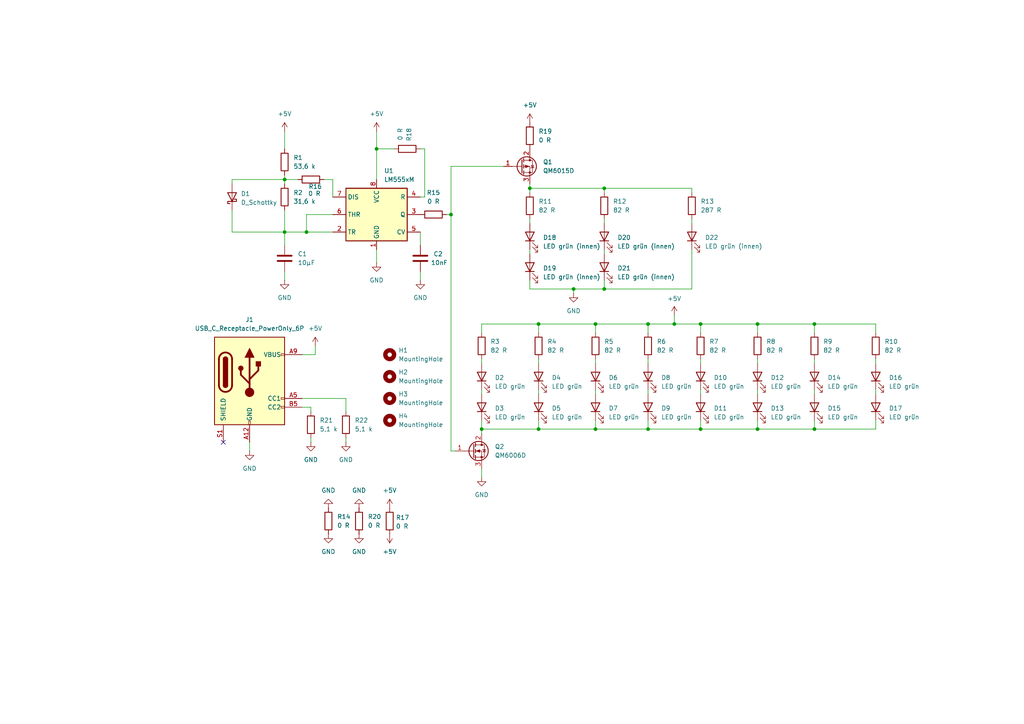
<source format=kicad_sch>
(kicad_sch (version 20231120) (generator "eeschema") (generator_version "8.0")
  (paper "A4")
  (lib_symbols
    (symbol "Connector:USB_C_Receptacle_PowerOnly_6P" (pin_names (offset 1.016))
      (property "Reference" "J" (at 0 16.51 0))
      (property "Value" "USB_C_Receptacle_PowerOnly_6P" (at 0 13.97 0))
      (symbol "USB_C_Receptacle_PowerOnly_6P_0_0"
        (rectangle (start -0.254 -12.7) (end 0.254 -11.684))
        (rectangle (start 10.16 -7.366) (end 9.144 -7.874))
        (rectangle (start 10.16 -4.826) (end 9.144 -5.334))
        (rectangle (start 10.16 7.874) (end 9.144 7.366))
      )
      (symbol "USB_C_Receptacle_PowerOnly_6P_0_1"
        (rectangle (start -10.16 12.7) (end 10.16 -12.7) (stroke (width 0.254)) (fill (type background)))
        (arc (start -8.89 -1.27) (mid -6.985 -3.1667) (end -5.08 -1.27) (stroke (width 0.508)))
        (arc (start -7.62 -1.27) (mid -6.985 -1.9023) (end -6.35 -1.27) (stroke (width 0.254)))
        (arc (start -7.62 -1.27) (mid -6.985 -1.9023) (end -6.35 -1.27) (stroke (width 0.254)) (fill (type outline)))
        (rectangle (start -7.62 -1.27) (end -6.35 6.35) (stroke (width 0.254)) (fill (type outline)))
        (arc (start -6.35 6.35) (mid -6.985 6.9823) (end -7.62 6.35) (stroke (width 0.254)))
        (arc (start -6.35 6.35) (mid -6.985 6.9823) (end -7.62 6.35) (stroke (width 0.254)) (fill (type outline)))
        (arc (start -5.08 6.35) (mid -6.985 8.2467) (end -8.89 6.35) (stroke (width 0.508)))
        (circle (center -2.54 3.683) (radius 0.635) (stroke (width 0.254)) (fill (type outline)))
        (circle (center 0 -3.302) (radius 1.27) (fill (type outline)))
        (polyline (pts (xy -8.89 -1.27) (xy -8.89 6.35)) (stroke (width 0.508)))
        (polyline (pts (xy -5.08 6.35) (xy -5.08 -1.27)) (stroke (width 0.508)))
        (polyline (pts (xy 0 -3.302) (xy 0 6.858)) (stroke (width 0.508)))
        (polyline (pts (xy 0 -0.762) (xy -2.54 1.778) (xy -2.54 3.048)) (stroke (width 0.508)))
        (polyline (pts (xy 0 0.508) (xy 2.54 3.048) (xy 2.54 4.318)) (stroke (width 0.508)))
        (polyline (pts (xy -1.27 6.858) (xy 0 9.398) (xy 1.27 6.858) (xy -1.27 6.858)) (stroke (width 0.254)) (fill (type outline)))
        (rectangle (start 1.905 4.318) (end 3.175 5.588) (stroke (width 0.254)) (fill (type outline)))
      )
      (symbol "USB_C_Receptacle_PowerOnly_6P_1_1"
        (pin passive line (at 0 -17.78 90) (length 5.08) (name "GND") (number "A12"))
        (pin bidirectional line (at 15.24 -5.08 180) (length 5.08) (name "CC1") (number "A5"))
        (pin passive line (at 15.24 7.62 180) (length 5.08) (name "VBUS") (number "A9"))
        (pin passive line (at 0 -17.78 90) (length 5.08) hide (name "GND") (number "B12"))
        (pin bidirectional line (at 15.24 -7.62 180) (length 5.08) (name "CC2") (number "B5"))
        (pin passive line (at 15.24 7.62 180) (length 5.08) hide (name "VBUS") (number "B9"))
        (pin passive line (at -7.62 -17.78 90) (length 5.08) (name "SHIELD") (number "S1"))
      )
    )
    (symbol "Device:C" (pin_numbers hide) (pin_names (offset 0.254))
      (property "Reference" "C" (at 0.635 2.54 0))
      (property "Value" "C" (at 0.635 -2.54 0))
      (symbol "C_0_1"
        (polyline (pts (xy -2.032 -0.762) (xy 2.032 -0.762)) (stroke (width 0.508)))
        (polyline (pts (xy -2.032 0.762) (xy 2.032 0.762)) (stroke (width 0.508)))
      )
      (symbol "C_1_1"
        (pin passive line (at 0 3.81 270) (length 2.794) (name "~") (number "1"))
        (pin passive line (at 0 -3.81 90) (length 2.794) (name "~") (number "2"))
      )
    )
    (symbol "Device:D_Schottky" (pin_numbers hide) (pin_names (offset 1.016) hide)
      (property "Reference" "D" (at 0 2.54 0))
      (property "Value" "D_Schottky" (at 0 -2.54 0))
      (symbol "D_Schottky_0_1"
        (polyline (pts (xy 1.27 0) (xy -1.27 0)))
        (polyline (pts (xy 1.27 1.27) (xy 1.27 -1.27) (xy -1.27 0) (xy 1.27 1.27)) (stroke (width 0.254)))
        (polyline (pts (xy -1.905 0.635) (xy -1.905 1.27) (xy -1.27 1.27) (xy -1.27 -1.27) (xy -0.635 -1.27) (xy -0.635 -0.635)) (stroke (width 0.254)))
      )
      (symbol "D_Schottky_1_1"
        (pin passive line (at -3.81 0 0) (length 2.54) (name "K") (number "1"))
        (pin passive line (at 3.81 0 180) (length 2.54) (name "A") (number "2"))
      )
    )
    (symbol "Device:LED" (pin_numbers hide) (pin_names (offset 1.016) hide)
      (property "Reference" "D" (at 0 2.54 0))
      (property "Value" "LED" (at 0 -2.54 0))
      (symbol "LED_0_1"
        (polyline (pts (xy -1.27 -1.27) (xy -1.27 1.27)) (stroke (width 0.254)))
        (polyline (pts (xy -1.27 0) (xy 1.27 0)))
        (polyline (pts (xy 1.27 -1.27) (xy 1.27 1.27) (xy -1.27 0) (xy 1.27 -1.27)) (stroke (width 0.254)))
        (polyline (pts (xy -3.048 -0.762) (xy -4.572 -2.286) (xy -3.81 -2.286) (xy -4.572 -2.286) (xy -4.572 -1.524)))
        (polyline (pts (xy -1.778 -0.762) (xy -3.302 -2.286) (xy -2.54 -2.286) (xy -3.302 -2.286) (xy -3.302 -1.524)))
      )
      (symbol "LED_1_1"
        (pin passive line (at -3.81 0 0) (length 2.54) (name "K") (number "1"))
        (pin passive line (at 3.81 0 180) (length 2.54) (name "A") (number "2"))
      )
    )
    (symbol "Device:R" (pin_numbers hide) (pin_names (offset 0))
      (property "Reference" "R" (at 2.032 0 90))
      (property "Value" "R" (at 0 0 90))
      (symbol "R_0_1"
        (rectangle (start -1.016 -2.54) (end 1.016 2.54) (stroke (width 0.254)))
      )
      (symbol "R_1_1"
        (pin passive line (at 0 3.81 270) (length 1.27) (name "~") (number "1"))
        (pin passive line (at 0 -3.81 90) (length 1.27) (name "~") (number "2"))
      )
    )
    (symbol "Mechanical:MountingHole" (pin_names (offset 1.016)) (exclude_from_sim yes) (in_bom no)
      (property "Reference" "H" (at 0 5.08 0))
      (property "Value" "MountingHole" (at 0 3.175 0))
      (symbol "MountingHole_0_1"
        (circle (center 0 0) (radius 1.27) (stroke (width 1.27)))
      )
    )
    (symbol "Timer:LM555xM"
      (property "Reference" "U1" (at 2.1941 12.7 0))
      (property "Value" "LM555xM" (at 2.1941 10.16 0))
      (symbol "LM555xM_0_0"
        (pin power_in line (at 0 -10.16 90) (length 2.54) (name "GND") (number "1"))
        (pin power_in line (at 0 10.16 270) (length 2.54) (name "VCC") (number "8"))
      )
      (symbol "LM555xM_0_1"
        (rectangle (start -8.89 -7.62) (end 8.89 7.62) (stroke (width 0.254)) (fill (type background)))
        (rectangle (start -8.89 -7.62) (end 8.89 7.62) (stroke (width 0.254)) (fill (type background)))
      )
      (symbol "LM555xM_1_1"
        (pin input line (at -12.7 -5.08 0) (length 3.81) (name "TR") (number "2"))
        (pin output line (at 12.7 0 180) (length 3.81) (name "Q") (number "3"))
        (pin input line (at 12.7 5.08 180) (length 3.81) (name "R") (number "4"))
        (pin input line (at 12.7 -5.08 180) (length 3.81) (name "CV") (number "5"))
        (pin input line (at -12.7 0 0) (length 3.81) (name "THR") (number "6"))
        (pin input line (at -12.7 5.08 0) (length 3.81) (name "DIS") (number "7"))
      )
    )
    (symbol "Transistor_FET:QM6006D" (pin_names hide)
      (property "Reference" "Q" (at 5.08 1.905 0))
      (property "Value" "QM6006D" (at 5.08 0 0))
      (symbol "QM6006D_0_1"
        (polyline (pts (xy 0.254 0) (xy -2.54 0)))
        (polyline (pts (xy 0.254 1.905) (xy 0.254 -1.905)) (stroke (width 0.254)))
        (polyline (pts (xy 0.762 -1.27) (xy 0.762 -2.286)) (stroke (width 0.254)))
        (polyline (pts (xy 0.762 0.508) (xy 0.762 -0.508)) (stroke (width 0.254)))
        (polyline (pts (xy 0.762 2.286) (xy 0.762 1.27)) (stroke (width 0.254)))
        (polyline (pts (xy 2.54 2.54) (xy 2.54 1.778)))
        (polyline (pts (xy 2.54 -2.54) (xy 2.54 0) (xy 0.762 0)))
        (polyline (pts (xy 0.762 -1.778) (xy 3.302 -1.778) (xy 3.302 1.778) (xy 0.762 1.778)))
        (polyline (pts (xy 1.016 0) (xy 2.032 0.381) (xy 2.032 -0.381) (xy 1.016 0)) (fill (type outline)))
        (polyline (pts (xy 2.794 0.508) (xy 2.921 0.381) (xy 3.683 0.381) (xy 3.81 0.254)))
        (polyline (pts (xy 3.302 0.381) (xy 2.921 -0.254) (xy 3.683 -0.254) (xy 3.302 0.381)))
        (circle (center 1.651 0) (radius 2.794) (stroke (width 0.254)))
        (circle (center 2.54 -1.778) (radius 0.254) (fill (type outline)))
        (circle (center 2.54 1.778) (radius 0.254) (fill (type outline)))
      )
      (symbol "QM6006D_1_1"
        (pin input line (at -5.08 0 0) (length 2.54) (name "G") (number "1"))
        (pin passive line (at 2.54 5.08 270) (length 2.54) (name "D") (number "2"))
        (pin passive line (at 2.54 -5.08 90) (length 2.54) (name "S") (number "3"))
      )
    )
    (symbol "Transistor_FET:QM6015D" (pin_names hide)
      (property "Reference" "Q" (at 5.08 1.905 0))
      (property "Value" "QM6015D" (at 5.08 0 0))
      (symbol "QM6015D_0_1"
        (polyline (pts (xy 0.254 0) (xy -2.54 0)))
        (polyline (pts (xy 0.254 1.905) (xy 0.254 -1.905)) (stroke (width 0.254)))
        (polyline (pts (xy 0.762 -1.27) (xy 0.762 -2.286)) (stroke (width 0.254)))
        (polyline (pts (xy 0.762 0.508) (xy 0.762 -0.508)) (stroke (width 0.254)))
        (polyline (pts (xy 0.762 2.286) (xy 0.762 1.27)) (stroke (width 0.254)))
        (polyline (pts (xy 2.54 2.54) (xy 2.54 1.778)))
        (polyline (pts (xy 2.54 -2.54) (xy 2.54 0) (xy 0.762 0)))
        (polyline (pts (xy 0.762 1.778) (xy 3.302 1.778) (xy 3.302 -1.778) (xy 0.762 -1.778)))
        (polyline (pts (xy 2.286 0) (xy 1.27 0.381) (xy 1.27 -0.381) (xy 2.286 0)) (fill (type outline)))
        (polyline (pts (xy 2.794 -0.508) (xy 2.921 -0.381) (xy 3.683 -0.381) (xy 3.81 -0.254)))
        (polyline (pts (xy 3.302 -0.381) (xy 2.921 0.254) (xy 3.683 0.254) (xy 3.302 -0.381)))
        (circle (center 1.651 0) (radius 2.794) (stroke (width 0.254)))
        (circle (center 2.54 -1.778) (radius 0.254) (fill (type outline)))
        (circle (center 2.54 1.778) (radius 0.254) (fill (type outline)))
      )
      (symbol "QM6015D_1_1"
        (pin passive line (at -5.08 0 0) (length 2.54) (name "G") (number "1"))
        (pin passive line (at 2.54 5.08 270) (length 2.54) (name "D") (number "2"))
        (pin passive line (at 2.54 -5.08 90) (length 2.54) (name "S") (number "3"))
      )
    )
    (symbol "power:+5V" (power) (pin_numbers hide) (pin_names (offset 0) hide)
      (property "Value" "+5V" (at 0 3.556 0))
      (symbol "+5V_0_1"
        (polyline (pts (xy -0.762 1.27) (xy 0 2.54)))
        (polyline (pts (xy 0 0) (xy 0 2.54)))
        (polyline (pts (xy 0 2.54) (xy 0.762 1.27)))
      )
      (symbol "+5V_1_1"
        (pin power_in line (at 0 0 90) (length 0) (name "~") (number "1"))
      )
    )
    (symbol "power:GND" (power) (pin_numbers hide) (pin_names (offset 0) hide)
      (property "Value" "GND" (at 0 -3.81 0))
      (symbol "GND_0_1"
        (polyline (pts (xy 0 0) (xy 0 -1.27) (xy 1.27 -1.27) (xy 0 -2.54) (xy -1.27 -1.27) (xy 0 -1.27)))
      )
      (symbol "GND_1_1"
        (pin power_in line (at 0 0 270) (length 0) (name "~") (number "1"))
      )
    )
  )
  (junction (at 109.22 43.18))
  (junction (at 82.55 67.31))
  (junction (at 153.67 54.61))
  (junction (at 219.71 124.46))
  (junction (at 156.21 124.46))
  (junction (at 187.96 93.98))
  (junction (at 236.22 124.46))
  (junction (at 166.37 83.82))
  (junction (at 139.7 124.46))
  (junction (at 172.72 93.98))
  (junction (at 203.2 124.46))
  (junction (at 82.55 52.07))
  (junction (at 88.9 67.31))
  (junction (at 130.81 62.23))
  (junction (at 172.72 124.46))
  (junction (at 236.22 93.98))
  (junction (at 195.58 93.98))
  (junction (at 175.26 83.82))
  (junction (at 187.96 124.46))
  (junction (at 219.71 93.98))
  (junction (at 156.21 93.98))
  (junction (at 203.2 93.98))
  (junction (at 175.26 54.61))
  (no_connect (at 64.77 128.27))
  (wire (pts (xy 123.19 57.15) (xy 121.92 57.15)))
  (wire (pts (xy 236.22 104.14) (xy 236.22 105.41)))
  (wire (pts (xy 153.67 72.39) (xy 153.67 73.66)))
  (wire (pts (xy 203.2 93.98) (xy 219.71 93.98)))
  (wire (pts (xy 254 121.92) (xy 254 124.46)))
  (wire (pts (xy 200.66 54.61) (xy 200.66 55.88)))
  (wire (pts (xy 153.67 54.61) (xy 153.67 55.88)))
  (wire (pts (xy 153.67 83.82) (xy 166.37 83.82)))
  (wire (pts (xy 219.71 121.92) (xy 219.71 124.46)))
  (wire (pts (xy 139.7 93.98) (xy 156.21 93.98)))
  (wire (pts (xy 203.2 113.03) (xy 203.2 114.3)))
  (wire (pts (xy 82.55 67.31) (xy 88.9 67.31)))
  (wire (pts (xy 67.31 60.96) (xy 67.31 67.31)))
  (wire (pts (xy 166.37 83.82) (xy 166.37 85.09)))
  (wire (pts (xy 172.72 96.52) (xy 172.72 93.98)))
  (wire (pts (xy 96.52 62.23) (xy 88.9 62.23)))
  (wire (pts (xy 129.54 62.23) (xy 130.81 62.23)))
  (wire (pts (xy 254 93.98) (xy 254 96.52)))
  (wire (pts (xy 200.66 72.39) (xy 200.66 83.82)))
  (wire (pts (xy 236.22 124.46) (xy 254 124.46)))
  (wire (pts (xy 153.67 53.34) (xy 153.67 54.61)))
  (wire (pts (xy 203.2 104.14) (xy 203.2 105.41)))
  (wire (pts (xy 130.81 48.26) (xy 146.05 48.26)))
  (wire (pts (xy 130.81 48.26) (xy 130.81 62.23)))
  (wire (pts (xy 82.55 50.8) (xy 82.55 52.07)))
  (wire (pts (xy 67.31 52.07) (xy 82.55 52.07)))
  (wire (pts (xy 200.66 63.5) (xy 200.66 64.77)))
  (wire (pts (xy 236.22 93.98) (xy 254 93.98)))
  (wire (pts (xy 254 104.14) (xy 254 105.41)))
  (wire (pts (xy 100.33 127) (xy 100.33 128.27)))
  (wire (pts (xy 172.72 124.46) (xy 156.21 124.46)))
  (wire (pts (xy 82.55 60.96) (xy 82.55 67.31)))
  (wire (pts (xy 88.9 67.31) (xy 96.52 67.31)))
  (wire (pts (xy 96.52 57.15) (xy 96.52 52.07)))
  (wire (pts (xy 87.63 115.57) (xy 100.33 115.57)))
  (wire (pts (xy 139.7 121.92) (xy 139.7 124.46)))
  (wire (pts (xy 139.7 96.52) (xy 139.7 93.98)))
  (wire (pts (xy 156.21 96.52) (xy 156.21 93.98)))
  (wire (pts (xy 219.71 96.52) (xy 219.71 93.98)))
  (wire (pts (xy 156.21 93.98) (xy 172.72 93.98)))
  (wire (pts (xy 156.21 113.03) (xy 156.21 114.3)))
  (wire (pts (xy 195.58 93.98) (xy 203.2 93.98)))
  (wire (pts (xy 236.22 113.03) (xy 236.22 114.3)))
  (wire (pts (xy 172.72 121.92) (xy 172.72 124.46)))
  (wire (pts (xy 109.22 43.18) (xy 109.22 52.07)))
  (wire (pts (xy 67.31 67.31) (xy 82.55 67.31)))
  (wire (pts (xy 130.81 62.23) (xy 130.81 130.81)))
  (wire (pts (xy 109.22 43.18) (xy 114.3 43.18)))
  (wire (pts (xy 156.21 104.14) (xy 156.21 105.41)))
  (wire (pts (xy 203.2 121.92) (xy 203.2 124.46)))
  (wire (pts (xy 153.67 54.61) (xy 175.26 54.61)))
  (wire (pts (xy 175.26 81.28) (xy 175.26 83.82)))
  (wire (pts (xy 82.55 67.31) (xy 82.55 71.12)))
  (wire (pts (xy 219.71 104.14) (xy 219.71 105.41)))
  (wire (pts (xy 175.26 72.39) (xy 175.26 73.66)))
  (wire (pts (xy 172.72 104.14) (xy 172.72 105.41)))
  (wire (pts (xy 67.31 53.34) (xy 67.31 52.07)))
  (wire (pts (xy 121.92 67.31) (xy 121.92 71.12)))
  (wire (pts (xy 254 113.03) (xy 254 114.3)))
  (wire (pts (xy 72.39 128.27) (xy 72.39 130.81)))
  (wire (pts (xy 100.33 115.57) (xy 100.33 119.38)))
  (wire (pts (xy 82.55 52.07) (xy 82.55 53.34)))
  (wire (pts (xy 172.72 93.98) (xy 187.96 93.98)))
  (wire (pts (xy 91.44 102.87) (xy 91.44 100.33)))
  (wire (pts (xy 82.55 38.1) (xy 82.55 43.18)))
  (wire (pts (xy 156.21 121.92) (xy 156.21 124.46)))
  (wire (pts (xy 175.26 55.88) (xy 175.26 54.61)))
  (wire (pts (xy 109.22 72.39) (xy 109.22 76.2)))
  (wire (pts (xy 153.67 63.5) (xy 153.67 64.77)))
  (wire (pts (xy 175.26 63.5) (xy 175.26 64.77)))
  (wire (pts (xy 139.7 113.03) (xy 139.7 114.3)))
  (wire (pts (xy 175.26 83.82) (xy 200.66 83.82)))
  (wire (pts (xy 123.19 43.18) (xy 123.19 57.15)))
  (wire (pts (xy 195.58 93.98) (xy 187.96 93.98)))
  (wire (pts (xy 187.96 121.92) (xy 187.96 124.46)))
  (wire (pts (xy 82.55 78.74) (xy 82.55 81.28)))
  (wire (pts (xy 219.71 113.03) (xy 219.71 114.3)))
  (wire (pts (xy 87.63 118.11) (xy 90.17 118.11)))
  (wire (pts (xy 203.2 124.46) (xy 187.96 124.46)))
  (wire (pts (xy 153.67 81.28) (xy 153.67 83.82)))
  (wire (pts (xy 219.71 124.46) (xy 203.2 124.46)))
  (wire (pts (xy 130.81 130.81) (xy 132.08 130.81)))
  (wire (pts (xy 236.22 93.98) (xy 236.22 96.52)))
  (wire (pts (xy 187.96 113.03) (xy 187.96 114.3)))
  (wire (pts (xy 139.7 124.46) (xy 139.7 125.73)))
  (wire (pts (xy 121.92 43.18) (xy 123.19 43.18)))
  (wire (pts (xy 187.96 124.46) (xy 172.72 124.46)))
  (wire (pts (xy 175.26 54.61) (xy 200.66 54.61)))
  (wire (pts (xy 187.96 104.14) (xy 187.96 105.41)))
  (wire (pts (xy 139.7 135.89) (xy 139.7 138.43)))
  (wire (pts (xy 93.98 52.07) (xy 96.52 52.07)))
  (wire (pts (xy 139.7 104.14) (xy 139.7 105.41)))
  (wire (pts (xy 87.63 102.87) (xy 91.44 102.87)))
  (wire (pts (xy 195.58 91.44) (xy 195.58 93.98)))
  (wire (pts (xy 187.96 96.52) (xy 187.96 93.98)))
  (wire (pts (xy 203.2 96.52) (xy 203.2 93.98)))
  (wire (pts (xy 90.17 127) (xy 90.17 128.27)))
  (wire (pts (xy 172.72 113.03) (xy 172.72 114.3)))
  (wire (pts (xy 219.71 93.98) (xy 236.22 93.98)))
  (wire (pts (xy 82.55 52.07) (xy 86.36 52.07)))
  (wire (pts (xy 121.92 78.74) (xy 121.92 81.28)))
  (wire (pts (xy 219.71 124.46) (xy 236.22 124.46)))
  (wire (pts (xy 88.9 62.23) (xy 88.9 67.31)))
  (wire (pts (xy 109.22 38.1) (xy 109.22 43.18)))
  (wire (pts (xy 166.37 83.82) (xy 175.26 83.82)))
  (wire (pts (xy 156.21 124.46) (xy 139.7 124.46)))
  (wire (pts (xy 90.17 118.11) (xy 90.17 119.38)))
  (wire (pts (xy 236.22 121.92) (xy 236.22 124.46)))
  (symbol (lib_id "power:GND") (at 121.92 81.28 0) (unit 1)
    (property "Reference" "#PWR05" (effects (hide yes)))
    (property "Value" "GND" (at 121.92 86.36 0))
    (property "Description" "Power symbol creates a global label with name \"GND\" , ground" (effects (hide yes)))
  )
  (symbol (lib_id "Device:LED") (at 172.72 109.22 90) (unit 1)
    (property "Reference" "D6" (at 176.53 109.5374 90) (effects (justify right)))
    (property "Value" "LED grün" (at 176.53 112.0774 90) (effects (justify right)))
    (property "Footprint" "LED_SMD:LED_1206_3216Metric" (effects (hide yes)))
    (property "Description" "Light emitting diode" (effects (hide yes)))
  )
  (symbol (lib_id "power:GND") (at 166.37 85.09 0) (unit 1)
    (property "Reference" "#PWR08" (effects (hide yes)))
    (property "Value" "GND" (at 166.37 90.17 0))
    (property "Description" "Power symbol creates a global label with name \"GND\" , ground" (effects (hide yes)))
  )
  (symbol (lib_id "Device:R") (at 153.67 39.37 180) (unit 1)
    (property "Reference" "R19" (at 156.21 38.0999 0) (effects (justify right)))
    (property "Value" "0 R" (at 156.21 40.6399 0) (effects (justify right)))
    (property "Footprint" "Resistor_SMD:R_1206_3216Metric" (effects (hide yes)))
    (property "Description" "Resistor" (effects (hide yes)))
  )
  (symbol (lib_id "power:+5V") (at 113.03 147.32 0) (unit 1)
    (property "Reference" "#PWR014" (effects (hide yes)))
    (property "Value" "+5V" (at 113.03 142.24 0))
    (property "Description" "Power symbol creates a global label with name \"+5V\"" (effects (hide yes)))
  )
  (symbol (lib_id "Device:R") (at 82.55 57.15 0) (unit 1)
    (property "Reference" "R2" (at 85.09 55.8799 0) (effects (justify left)))
    (property "Value" "31,6 k" (at 85.09 58.4199 0) (effects (justify left)))
    (property "Footprint" "Resistor_SMD:R_1206_3216Metric" (effects (hide yes)))
    (property "Description" "Resistor" (effects (hide yes)))
  )
  (symbol (lib_id "Device:R") (at 203.2 100.33 0) (unit 1)
    (property "Reference" "R7" (at 205.74 99.0599 0) (effects (justify left)))
    (property "Value" "82 R" (at 205.74 101.5999 0) (effects (justify left)))
    (property "Footprint" "Resistor_SMD:R_1206_3216Metric" (effects (hide yes)))
    (property "Description" "Resistor" (effects (hide yes)))
  )
  (symbol (lib_id "power:+5V") (at 109.22 38.1 0) (mirror y) (unit 1)
    (property "Reference" "#PWR02" (effects (hide yes)))
    (property "Value" "+5V" (at 109.22 33.02 0))
    (property "Description" "Power symbol creates a global label with name \"+5V\"" (effects (hide yes)))
  )
  (symbol (lib_id "Device:LED") (at 175.26 77.47 90) (unit 1)
    (property "Reference" "D21" (at 179.07 77.7874 90) (effects (justify right)))
    (property "Value" "LED grün (innen)" (at 179.07 80.3274 90) (effects (justify right)))
    (property "Footprint" "LED_SMD:LED_1206_3216Metric" (effects (hide yes)))
    (property "Description" "Light emitting diode" (effects (hide yes)))
  )
  (symbol (lib_id "Device:R") (at 90.17 123.19 0) (unit 1)
    (property "Reference" "R21" (at 92.71 121.9199 0) (effects (justify left)))
    (property "Value" "5,1 k" (at 92.71 124.4599 0) (effects (justify left)))
    (property "Footprint" "Resistor_SMD:R_1206_3216Metric" (effects (hide yes)))
    (property "Description" "Resistor" (effects (hide yes)))
  )
  (symbol (lib_id "power:GND") (at 95.25 147.32 180) (unit 1)
    (property "Reference" "#PWR013" (effects (hide yes)))
    (property "Value" "GND" (at 95.25 142.24 0))
    (property "Description" "Power symbol creates a global label with name \"GND\" , ground" (effects (hide yes)))
  )
  (symbol (lib_id "Device:LED") (at 153.67 68.58 90) (unit 1)
    (property "Reference" "D18" (at 157.48 68.8974 90) (effects (justify right)))
    (property "Value" "LED grün (innen)" (at 157.48 71.4374 90) (effects (justify right)))
    (property "Footprint" "LED_SMD:LED_1206_3216Metric" (effects (hide yes)))
    (property "Description" "Light emitting diode" (effects (hide yes)))
  )
  (symbol (lib_id "Device:R") (at 187.96 100.33 0) (unit 1)
    (property "Reference" "R6" (at 190.5 99.0599 0) (effects (justify left)))
    (property "Value" "82 R" (at 190.5 101.5999 0) (effects (justify left)))
    (property "Footprint" "Resistor_SMD:R_1206_3216Metric" (effects (hide yes)))
    (property "Description" "Resistor" (effects (hide yes)))
  )
  (symbol (lib_id "Device:D_Schottky") (at 67.31 57.15 90) (unit 1)
    (property "Reference" "D1" (at 69.85 56.1974 90) (effects (justify right)))
    (property "Value" "D_Schottky" (at 69.85 58.7374 90) (effects (justify right)))
    (property "Footprint" "Diode_SMD:D_SOD-523" (effects (hide yes)))
    (property "Description" "Schottky diode" (effects (hide yes)))
  )
  (symbol (lib_id "Device:R") (at 254 100.33 0) (unit 1)
    (property "Reference" "R10" (at 256.54 99.0599 0) (effects (justify left)))
    (property "Value" "82 R" (at 256.54 101.5999 0) (effects (justify left)))
    (property "Footprint" "Resistor_SMD:R_1206_3216Metric" (effects (hide yes)))
    (property "Description" "Resistor" (effects (hide yes)))
  )
  (symbol (lib_id "Device:R") (at 95.25 151.13 0) (unit 1)
    (property "Reference" "R14" (at 97.79 149.8599 0) (effects (justify left)))
    (property "Value" "0 R" (at 97.79 152.3999 0) (effects (justify left)))
    (property "Footprint" "Resistor_SMD:R_1206_3216Metric" (effects (hide yes)))
    (property "Description" "Resistor" (effects (hide yes)))
  )
  (symbol (lib_id "Device:LED") (at 153.67 77.47 90) (unit 1)
    (property "Reference" "D19" (at 157.48 77.7874 90) (effects (justify right)))
    (property "Value" "LED grün (innen)" (at 157.48 80.3274 90) (effects (justify right)))
    (property "Footprint" "LED_SMD:LED_1206_3216Metric" (effects (hide yes)))
    (property "Description" "Light emitting diode" (effects (hide yes)))
  )
  (symbol (lib_id "Device:R") (at 172.72 100.33 0) (unit 1)
    (property "Reference" "R5" (at 175.26 99.0599 0) (effects (justify left)))
    (property "Value" "82 R" (at 175.26 101.5999 0) (effects (justify left)))
    (property "Footprint" "Resistor_SMD:R_1206_3216Metric" (effects (hide yes)))
    (property "Description" "Resistor" (effects (hide yes)))
  )
  (symbol (lib_id "Device:LED") (at 236.22 109.22 90) (unit 1)
    (property "Reference" "D14" (at 240.03 109.5374 90) (effects (justify right)))
    (property "Value" "LED grün" (at 240.03 112.0774 90) (effects (justify right)))
    (property "Footprint" "LED_SMD:LED_1206_3216Metric" (effects (hide yes)))
    (property "Description" "Light emitting diode" (effects (hide yes)))
  )
  (symbol (lib_id "Device:LED") (at 175.26 68.58 90) (unit 1)
    (property "Reference" "D20" (at 179.07 68.8974 90) (effects (justify right)))
    (property "Value" "LED grün (innen)" (at 179.07 71.4374 90) (effects (justify right)))
    (property "Footprint" "LED_SMD:LED_1206_3216Metric" (effects (hide yes)))
    (property "Description" "Light emitting diode" (effects (hide yes)))
  )
  (symbol (lib_id "Device:LED") (at 203.2 109.22 90) (unit 1)
    (property "Reference" "D10" (at 207.01 109.5374 90) (effects (justify right)))
    (property "Value" "LED grün" (at 207.01 112.0774 90) (effects (justify right)))
    (property "Footprint" "LED_SMD:LED_1206_3216Metric" (effects (hide yes)))
    (property "Description" "Light emitting diode" (effects (hide yes)))
  )
  (symbol (lib_id "power:GND") (at 109.22 76.2 0) (unit 1)
    (property "Reference" "#PWR04" (effects (hide yes)))
    (property "Value" "GND" (at 109.22 81.28 0))
    (property "Description" "Power symbol creates a global label with name \"GND\" , ground" (effects (hide yes)))
  )
  (symbol (lib_id "Device:R") (at 219.71 100.33 0) (unit 1)
    (property "Reference" "R8" (at 222.25 99.0599 0) (effects (justify left)))
    (property "Value" "82 R" (at 222.25 101.5999 0) (effects (justify left)))
    (property "Footprint" "Resistor_SMD:R_1206_3216Metric" (effects (hide yes)))
    (property "Description" "Resistor" (effects (hide yes)))
  )
  (symbol (lib_id "Mechanical:MountingHole") (at 113.03 115.57 0) (unit 1) (exclude_from_sim yes) (in_bom no)
    (property "Reference" "H3" (at 115.57 114.2999 0) (effects (justify left)))
    (property "Value" "MountingHole" (at 115.57 116.8399 0) (effects (justify left)))
    (property "Footprint" "MountingHole:MountingHole_3mm" (effects (hide yes)))
    (property "Description" "Mounting Hole without connection" (effects (hide yes)))
  )
  (symbol (lib_id "Device:LED") (at 203.2 118.11 90) (unit 1)
    (property "Reference" "D11" (at 207.01 118.4274 90) (effects (justify right)))
    (property "Value" "LED grün" (at 207.01 120.9674 90) (effects (justify right)))
    (property "Footprint" "LED_SMD:LED_1206_3216Metric" (effects (hide yes)))
    (property "Description" "Light emitting diode" (effects (hide yes)))
  )
  (symbol (lib_id "power:GND") (at 139.7 138.43 0) (unit 1)
    (property "Reference" "#PWR011" (effects (hide yes)))
    (property "Value" "GND" (at 139.7 143.51 0))
    (property "Description" "Power symbol creates a global label with name \"GND\" , ground" (effects (hide yes)))
  )
  (symbol (lib_id "Device:LED") (at 156.21 118.11 90) (unit 1)
    (property "Reference" "D5" (at 160.02 118.4274 90) (effects (justify right)))
    (property "Value" "LED grün" (at 160.02 120.9674 90) (effects (justify right)))
    (property "Footprint" "LED_SMD:LED_1206_3216Metric" (effects (hide yes)))
    (property "Description" "Light emitting diode" (effects (hide yes)))
  )
  (symbol (lib_id "Device:R") (at 125.73 62.23 90) (unit 1)
    (property "Reference" "R15" (at 125.73 55.88 90))
    (property "Value" "0 R" (at 125.73 58.42 90))
    (property "Footprint" "Resistor_SMD:R_1206_3216Metric" (effects (hide yes)))
    (property "Description" "Resistor" (effects (hide yes)))
  )
  (symbol (lib_id "power:GND") (at 100.33 128.27 0) (unit 1)
    (property "Reference" "#PWR019" (effects (hide yes)))
    (property "Value" "GND" (at 100.33 133.35 0))
    (property "Description" "Power symbol creates a global label with name \"GND\" , ground" (effects (hide yes)))
  )
  (symbol (lib_id "Device:R") (at 104.14 151.13 0) (unit 1)
    (property "Reference" "R20" (at 106.68 149.8599 0) (effects (justify left)))
    (property "Value" "0 R" (at 106.68 152.3999 0) (effects (justify left)))
    (property "Footprint" "Resistor_SMD:R_1206_3216Metric" (effects (hide yes)))
    (property "Description" "Resistor" (effects (hide yes)))
  )
  (symbol (lib_id "Device:LED") (at 219.71 109.22 90) (unit 1)
    (property "Reference" "D12" (at 223.52 109.5374 90) (effects (justify right)))
    (property "Value" "LED grün" (at 223.52 112.0774 90) (effects (justify right)))
    (property "Footprint" "LED_SMD:LED_1206_3216Metric" (effects (hide yes)))
    (property "Description" "Light emitting diode" (effects (hide yes)))
  )
  (symbol (lib_id "Device:LED") (at 139.7 109.22 90) (unit 1)
    (property "Reference" "D2" (at 143.51 109.5374 90) (effects (justify right)))
    (property "Value" "LED grün" (at 143.51 112.0774 90) (effects (justify right)))
    (property "Footprint" "LED_SMD:LED_1206_3216Metric" (effects (hide yes)))
    (property "Description" "Light emitting diode" (effects (hide yes)))
  )
  (symbol (lib_id "Timer:LM555xM") (at 109.22 62.23 0) (unit 1)
    (property "Reference" "U1" (at 111.4141 49.53 0) (effects (justify left)))
    (property "Value" "LM555xM" (at 111.4141 52.07 0) (effects (justify left)))
    (property "Footprint" "Package_SO:SOIC-8_3.9x4.9mm_P1.27mm" (effects (hide yes)))
    (property "Datasheet" "http://www.ti.com/lit/ds/symlink/lm555.pdf" (effects (hide yes)))
    (property "Description" "Timer, 555 compatible, SOIC-8" (effects (hide yes)))
  )
  (symbol (lib_id "Device:LED") (at 156.21 109.22 90) (unit 1)
    (property "Reference" "D4" (at 160.02 109.5374 90) (effects (justify right)))
    (property "Value" "LED grün" (at 160.02 112.0774 90) (effects (justify right)))
    (property "Footprint" "LED_SMD:LED_1206_3216Metric" (effects (hide yes)))
    (property "Description" "Light emitting diode" (effects (hide yes)))
  )
  (symbol (lib_id "Device:LED") (at 236.22 118.11 90) (unit 1)
    (property "Reference" "D15" (at 240.03 118.4274 90) (effects (justify right)))
    (property "Value" "LED grün" (at 240.03 120.9674 90) (effects (justify right)))
    (property "Footprint" "LED_SMD:LED_1206_3216Metric" (effects (hide yes)))
    (property "Description" "Light emitting diode" (effects (hide yes)))
  )
  (symbol (lib_id "Device:R") (at 200.66 59.69 0) (unit 1)
    (property "Reference" "R13" (at 203.2 58.4199 0) (effects (justify left)))
    (property "Value" "287 R" (at 203.2 60.9599 0) (effects (justify left)))
    (property "Footprint" "Resistor_SMD:R_1206_3216Metric" (effects (hide yes)))
    (property "Description" "Resistor" (effects (hide yes)))
  )
  (symbol (lib_id "Device:R") (at 175.26 59.69 0) (unit 1)
    (property "Reference" "R12" (at 177.8 58.4199 0) (effects (justify left)))
    (property "Value" "82 R" (at 177.8 60.9599 0) (effects (justify left)))
    (property "Footprint" "Resistor_SMD:R_1206_3216Metric" (effects (hide yes)))
    (property "Description" "Resistor" (effects (hide yes)))
  )
  (symbol (lib_id "power:+5V") (at 153.67 35.56 0) (unit 1)
    (property "Reference" "#PWR010" (effects (hide yes)))
    (property "Value" "+5V" (at 153.67 30.48 0))
    (property "Description" "Power symbol creates a global label with name \"+5V\"" (effects (hide yes)))
  )
  (symbol (lib_id "power:GND") (at 82.55 81.28 0) (unit 1)
    (property "Reference" "#PWR03" (effects (hide yes)))
    (property "Value" "GND" (at 82.55 86.36 0))
    (property "Description" "Power symbol creates a global label with name \"GND\" , ground" (effects (hide yes)))
  )
  (symbol (lib_id "Mechanical:MountingHole") (at 113.03 121.92 0) (unit 1) (exclude_from_sim yes) (in_bom no)
    (property "Reference" "H4" (at 115.57 120.6499 0) (effects (justify left)))
    (property "Value" "MountingHole" (at 115.57 123.1899 0) (effects (justify left)))
    (property "Footprint" "MountingHole:MountingHole_3mm" (effects (hide yes)))
    (property "Description" "Mounting Hole without connection" (effects (hide yes)))
  )
  (symbol (lib_id "Device:R") (at 156.21 100.33 0) (unit 1)
    (property "Reference" "R4" (at 158.75 99.0599 0) (effects (justify left)))
    (property "Value" "82 R" (at 158.75 101.5999 0) (effects (justify left)))
    (property "Footprint" "Resistor_SMD:R_1206_3216Metric" (effects (hide yes)))
    (property "Description" "Resistor" (effects (hide yes)))
  )
  (symbol (lib_id "Device:LED") (at 172.72 118.11 90) (unit 1)
    (property "Reference" "D7" (at 176.53 118.4274 90) (effects (justify right)))
    (property "Value" "LED grün" (at 176.53 120.9674 90) (effects (justify right)))
    (property "Footprint" "LED_SMD:LED_1206_3216Metric" (effects (hide yes)))
    (property "Description" "Light emitting diode" (effects (hide yes)))
  )
  (symbol (lib_id "Device:LED") (at 219.71 118.11 90) (unit 1)
    (property "Reference" "D13" (at 223.52 118.4274 90) (effects (justify right)))
    (property "Value" "LED grün" (at 223.52 120.9674 90) (effects (justify right)))
    (property "Footprint" "LED_SMD:LED_1206_3216Metric" (effects (hide yes)))
    (property "Description" "Light emitting diode" (effects (hide yes)))
  )
  (symbol (lib_id "Device:R") (at 82.55 46.99 0) (unit 1)
    (property "Reference" "R1" (at 85.09 45.7199 0) (effects (justify left)))
    (property "Value" "53,6 k" (at 85.09 48.2599 0) (effects (justify left)))
    (property "Footprint" "Resistor_SMD:R_1206_3216Metric" (effects (hide yes)))
    (property "Description" "Resistor" (effects (hide yes)))
  )
  (symbol (lib_id "Device:R") (at 113.03 151.13 180) (unit 1)
    (property "Reference" "R17" (at 114.808 150.114 0) (effects (justify right)))
    (property "Value" "0 R" (at 114.808 152.654 0) (effects (justify right)))
    (property "Footprint" "Resistor_SMD:R_1206_3216Metric" (effects (hide yes)))
    (property "Description" "Resistor" (effects (hide yes)))
  )
  (symbol (lib_id "Device:LED") (at 139.7 118.11 90) (unit 1)
    (property "Reference" "D3" (at 143.51 118.4274 90) (effects (justify right)))
    (property "Value" "LED grün" (at 143.51 120.9674 90) (effects (justify right)))
    (property "Footprint" "LED_SMD:LED_1206_3216Metric" (effects (hide yes)))
    (property "Description" "Light emitting diode" (effects (hide yes)))
  )
  (symbol (lib_id "Device:R") (at 90.17 52.07 90) (unit 1)
    (property "Reference" "R16" (at 91.44 54.102 90))
    (property "Value" "0 R" (at 91.186 56.134 90))
    (property "Footprint" "Resistor_SMD:R_1206_3216Metric" (effects (hide yes)))
    (property "Description" "Resistor" (effects (hide yes)))
  )
  (symbol (lib_id "Device:C") (at 82.55 74.93 180) (unit 1)
    (property "Reference" "C1" (at 86.36 73.6599 0) (effects (justify right)))
    (property "Value" "10µF" (at 86.36 76.1999 0) (effects (justify right)))
    (property "Footprint" "Capacitor_SMD:C_1206_3216Metric" (effects (hide yes)))
    (property "Description" "Unpolarized capacitor" (effects (hide yes)))
  )
  (symbol (lib_id "power:+5V") (at 113.03 154.94 180) (unit 1)
    (property "Reference" "#PWR015" (effects (hide yes)))
    (property "Value" "+5V" (at 113.03 160.02 0))
    (property "Description" "Power symbol creates a global label with name \"+5V\"" (effects (hide yes)))
  )
  (symbol (lib_id "Device:R") (at 100.33 123.19 0) (unit 1)
    (property "Reference" "R22" (at 102.87 121.9199 0) (effects (justify left)))
    (property "Value" "5,1 k" (at 102.87 124.4599 0) (effects (justify left)))
    (property "Footprint" "Resistor_SMD:R_1206_3216Metric" (effects (hide yes)))
    (property "Description" "Resistor" (effects (hide yes)))
  )
  (symbol (lib_id "power:+5V") (at 91.44 100.33 0) (unit 1)
    (property "Reference" "#PWR09" (effects (hide yes)))
    (property "Value" "+5V" (at 91.44 95.25 0))
    (property "Description" "Power symbol creates a global label with name \"+5V\"" (effects (hide yes)))
  )
  (symbol (lib_id "Device:R") (at 139.7 100.33 0) (unit 1)
    (property "Reference" "R3" (at 142.24 99.0599 0) (effects (justify left)))
    (property "Value" "82 R" (at 142.24 101.5999 0) (effects (justify left)))
    (property "Footprint" "Resistor_SMD:R_1206_3216Metric" (effects (hide yes)))
    (property "Description" "Resistor" (effects (hide yes)))
  )
  (symbol (lib_id "power:GND") (at 90.17 128.27 0) (unit 1)
    (property "Reference" "#PWR018" (effects (hide yes)))
    (property "Value" "GND" (at 90.17 133.35 0))
    (property "Description" "Power symbol creates a global label with name \"GND\" , ground" (effects (hide yes)))
  )
  (symbol (lib_id "power:+5V") (at 82.55 38.1 0) (unit 1)
    (property "Reference" "#PWR06" (effects (hide yes)))
    (property "Value" "+5V" (at 82.55 33.02 0))
    (property "Description" "Power symbol creates a global label with name \"+5V\"" (effects (hide yes)))
  )
  (symbol (lib_id "power:GND") (at 104.14 154.94 0) (unit 1)
    (property "Reference" "#PWR017" (effects (hide yes)))
    (property "Value" "GND" (at 104.14 160.02 0))
    (property "Description" "Power symbol creates a global label with name \"GND\" , ground" (effects (hide yes)))
  )
  (symbol (lib_id "Device:LED") (at 254 118.11 90) (unit 1)
    (property "Reference" "D17" (at 257.81 118.4274 90) (effects (justify right)))
    (property "Value" "LED grün" (at 257.81 120.9674 90) (effects (justify right)))
    (property "Footprint" "LED_SMD:LED_1206_3216Metric" (effects (hide yes)))
    (property "Description" "Light emitting diode" (effects (hide yes)))
  )
  (symbol (lib_id "Device:C") (at 121.92 74.93 180) (unit 1)
    (property "Reference" "C2" (at 125.73 73.6599 0) (effects (justify right)))
    (property "Value" "10nF" (at 124.968 76.2 0) (effects (justify right)))
    (property "Footprint" "Capacitor_SMD:C_1206_3216Metric" (effects (hide yes)))
    (property "Description" "Unpolarized capacitor" (effects (hide yes)))
  )
  (symbol (lib_id "Device:LED") (at 254 109.22 90) (unit 1)
    (property "Reference" "D16" (at 257.81 109.5374 90) (effects (justify right)))
    (property "Value" "LED grün" (at 257.81 112.0774 90) (effects (justify right)))
    (property "Footprint" "LED_SMD:LED_1206_3216Metric" (effects (hide yes)))
    (property "Description" "Light emitting diode" (effects (hide yes)))
  )
  (symbol (lib_id "power:GND") (at 72.39 130.81 0) (unit 1)
    (property "Reference" "#PWR01" (effects (hide yes)))
    (property "Value" "GND" (at 72.39 135.89 0))
    (property "Description" "Power symbol creates a global label with name \"GND\" , ground" (effects (hide yes)))
  )
  (symbol (lib_id "power:GND") (at 104.14 147.32 180) (unit 1)
    (property "Reference" "#PWR016" (effects (hide yes)))
    (property "Value" "GND" (at 104.14 142.24 0))
    (property "Description" "Power symbol creates a global label with name \"GND\" , ground" (effects (hide yes)))
  )
  (symbol (lib_id "Mechanical:MountingHole") (at 113.03 109.22 0) (unit 1) (exclude_from_sim yes) (in_bom no)
    (property "Reference" "H2" (at 115.57 107.9499 0) (effects (justify left)))
    (property "Value" "MountingHole" (at 115.57 110.4899 0) (effects (justify left)))
    (property "Footprint" "MountingHole:MountingHole_3mm" (effects (hide yes)))
    (property "Description" "Mounting Hole without connection" (effects (hide yes)))
  )
  (symbol (lib_id "Transistor_FET:QM6015D") (at 151.13 48.26 0) (unit 1)
    (property "Reference" "Q1" (at 157.48 46.9899 0) (effects (justify left)))
    (property "Value" "QM6015D" (at 157.48 49.5299 0) (effects (justify left)))
    (property "Footprint" "Package_TO_SOT_SMD:SOT-323_SC-70_Handsoldering" (effects (hide yes)))
    (property "Datasheet" "http://www.jaolen.com/images/pdf/QM6015D.pdf" (effects (hide yes)))
    (property "Description" "-35A Id, -60V Vds, P-Channel Power MOSFET, 25mOhm Ron, 25.0nC Qg (typ), TO252" (effects (hide yes)))
  )
  (symbol (lib_id "Device:R") (at 153.67 59.69 0) (unit 1)
    (property "Reference" "R11" (at 156.21 58.4199 0) (effects (justify left)))
    (property "Value" "82 R" (at 156.21 60.9599 0) (effects (justify left)))
    (property "Footprint" "Resistor_SMD:R_1206_3216Metric" (effects (hide yes)))
    (property "Description" "Resistor" (effects (hide yes)))
  )
  (symbol (lib_id "Device:R") (at 236.22 100.33 0) (unit 1)
    (property "Reference" "R9" (at 238.76 99.0599 0) (effects (justify left)))
    (property "Value" "82 R" (at 238.76 101.5999 0) (effects (justify left)))
    (property "Footprint" "Resistor_SMD:R_1206_3216Metric" (effects (hide yes)))
    (property "Description" "Resistor" (effects (hide yes)))
  )
  (symbol (lib_id "Device:LED") (at 187.96 109.22 90) (unit 1)
    (property "Reference" "D8" (at 191.77 109.5374 90) (effects (justify right)))
    (property "Value" "LED grün" (at 191.77 112.0774 90) (effects (justify right)))
    (property "Footprint" "LED_SMD:LED_1206_3216Metric" (effects (hide yes)))
    (property "Description" "Light emitting diode" (effects (hide yes)))
  )
  (symbol (lib_id "power:GND") (at 95.25 154.94 0) (unit 1)
    (property "Reference" "#PWR012" (effects (hide yes)))
    (property "Value" "GND" (at 95.25 160.02 0))
    (property "Description" "Power symbol creates a global label with name \"GND\" , ground" (effects (hide yes)))
  )
  (symbol (lib_id "Connector:USB_C_Receptacle_PowerOnly_6P") (at 72.39 110.49 0) (unit 1)
    (property "Reference" "J1" (at 72.39 92.71 0))
    (property "Value" "USB_C_Receptacle_PowerOnly_6P" (at 72.39 95.25 0))
    (property "Footprint" "Connector_USB:USB_C_Receptacle_GCT_USB4125-xx-x_6P_TopMnt_Horizontal" (effects (hide yes)))
    (property "Datasheet" "https://www.usb.org/sites/default/files/documents/usb_type-c.zip" (effects (hide yes)))
    (property "Description" "USB Power-Only 6P Type-C Receptacle connector" (effects (hide yes)))
  )
  (symbol (lib_id "Device:LED") (at 187.96 118.11 90) (unit 1)
    (property "Reference" "D9" (at 191.77 118.4274 90) (effects (justify right)))
    (property "Value" "LED grün" (at 191.77 120.9674 90) (effects (justify right)))
    (property "Footprint" "LED_SMD:LED_1206_3216Metric" (effects (hide yes)))
    (property "Description" "Light emitting diode" (effects (hide yes)))
  )
  (symbol (lib_id "power:+5V") (at 195.58 91.44 0) (unit 1)
    (property "Reference" "#PWR07" (effects (hide yes)))
    (property "Value" "+5V" (at 195.58 86.614 0))
    (property "Description" "Power symbol creates a global label with name \"+5V\"" (effects (hide yes)))
  )
  (symbol (lib_id "Transistor_FET:QM6006D") (at 137.16 130.81 0) (unit 1)
    (property "Reference" "Q2" (at 143.51 129.5399 0) (effects (justify left)))
    (property "Value" "QM6006D" (at 143.51 132.0799 0) (effects (justify left)))
    (property "Footprint" "Package_TO_SOT_SMD:SOT-323_SC-70_Handsoldering" (effects (hide yes)))
    (property "Datasheet" "http://www.jaolen.com/images/pdf/QM6006D.pdf" (effects (hide yes)))
    (property "Description" "35A Id, 60V Vds, N-Channel Power MOSFET, 18mOhm Ron, 19.3nC Qg (typ), TO252" (effects (hide yes)))
  )
  (symbol (lib_id "Mechanical:MountingHole") (at 113.03 102.87 0) (unit 1) (exclude_from_sim yes) (in_bom no)
    (property "Reference" "H1" (at 115.57 101.5999 0) (effects (justify left)))
    (property "Value" "MountingHole" (at 115.57 104.1399 0) (effects (justify left)))
    (property "Footprint" "MountingHole:MountingHole_3mm" (effects (hide yes)))
    (property "Description" "Mounting Hole without connection" (effects (hide yes)))
  )
  (symbol (lib_id "Device:LED") (at 200.66 68.58 90) (unit 1)
    (property "Reference" "D22" (at 204.47 68.8974 90) (effects (justify right)))
    (property "Value" "LED grün (innen)" (at 204.47 71.4374 90) (effects (justify right)))
    (property "Footprint" "LED_SMD:LED_1206_3216Metric" (effects (hide yes)))
    (property "Description" "Light emitting diode" (effects (hide yes)))
  )
  (symbol (lib_id "Device:R") (at 118.11 43.18 90) (unit 1)
    (property "Reference" "R18" (at 118.618 37.084 0) (effects (justify right)))
    (property "Value" "0 R" (at 116.078 37.084 0) (effects (justify right)))
    (property "Footprint" "Resistor_SMD:R_1206_3216Metric" (effects (hide yes)))
    (property "Description" "Resistor" (effects (hide yes)))
  )
)
</source>
